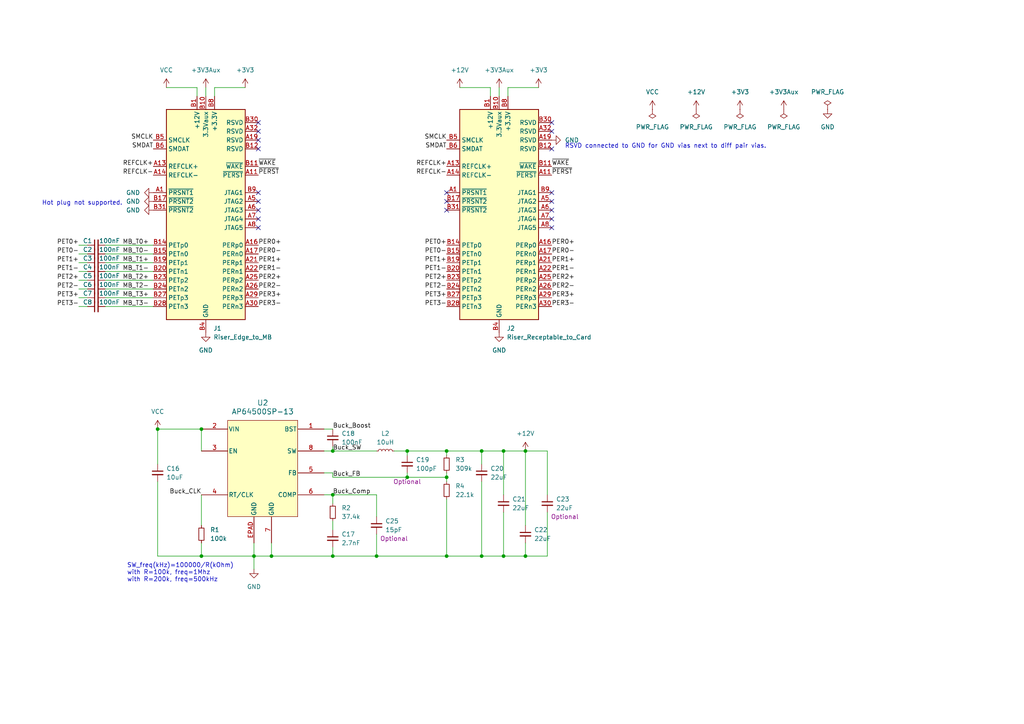
<source format=kicad_sch>
(kicad_sch (version 20230121) (generator eeschema)
  (paper "A4")
  (lib_symbols
    (symbol "+3V3_1" (power) (pin_names (offset 0))
      (property "Value" "+3V3_1" (at 0 5.08 0))
      (symbol "+3V3_1_0_1"
        (polyline (pts (xy -0.762 1.27) (xy 0 2.54)))
        (polyline (pts (xy 0 0) (xy 0 2.54)))
        (polyline (pts (xy 0 2.54) (xy 0.762 1.27)))
      )
      (symbol "+3V3_1_1_1"
        (pin power_in line (at 0 0 90) (length 0) hide (name "+3V3Aux") (number "1"))
      )
    )
    (symbol "Bus_PCI_Express_x4_1"
      (property "Reference" "J1" (at 2.1941 -31.75 0))
      (property "Value" "Riser_Edge_to_MB" (at 2.1941 -34.29 0))
      (symbol "Bus_PCI_Express_x4_1_0_1"
        (rectangle (start -11.43 31.75) (end 11.43 -29.21) (stroke (width 0.254)) (fill (type background)))
      )
      (symbol "Bus_PCI_Express_x4_1_1_1"
        (pin passive line (at -15.24 7.62 0) (length 3.81) (name "~{PRSNT1}") (number "A1"))
        (pin passive line (at 2.54 35.56 270) (length 3.81) hide (name "+3.3V") (number "A10"))
        (pin output line (at 15.24 12.7 180) (length 3.81) (name "~{PERST}") (number "A11"))
        (pin passive line (at 0 -33.02 90) (length 3.81) hide (name "GND") (number "A12"))
        (pin output line (at -15.24 15.24 0) (length 3.81) (name "REFCLK+") (number "A13"))
        (pin output line (at -15.24 12.7 0) (length 3.81) (name "REFCLK-") (number "A14"))
        (pin passive line (at 0 -33.02 90) (length 3.81) hide (name "GND") (number "A15"))
        (pin input line (at 15.24 -7.62 180) (length 3.81) (name "PERp0") (number "A16"))
        (pin input line (at 15.24 -10.16 180) (length 3.81) (name "PERn0") (number "A17"))
        (pin passive line (at 0 -33.02 90) (length 3.81) hide (name "GND") (number "A18"))
        (pin passive line (at 15.24 22.86 180) (length 3.81) (name "RSVD") (number "A19"))
        (pin passive line (at -2.54 35.56 270) (length 3.81) hide (name "+12V") (number "A2"))
        (pin passive line (at 0 -33.02 90) (length 3.81) hide (name "GND") (number "A20"))
        (pin input line (at 15.24 -12.7 180) (length 3.81) (name "PERp1") (number "A21"))
        (pin input line (at 15.24 -15.24 180) (length 3.81) (name "PERn1") (number "A22"))
        (pin passive line (at 0 -33.02 90) (length 3.81) hide (name "GND") (number "A23"))
        (pin passive line (at 0 -33.02 90) (length 3.81) hide (name "GND") (number "A24"))
        (pin input line (at 15.24 -17.78 180) (length 3.81) (name "PERp2") (number "A25"))
        (pin input line (at 15.24 -20.32 180) (length 3.81) (name "PERn2") (number "A26"))
        (pin passive line (at 0 -33.02 90) (length 3.81) hide (name "GND") (number "A27"))
        (pin passive line (at 0 -33.02 90) (length 3.81) hide (name "GND") (number "A28"))
        (pin input line (at 15.24 -22.86 180) (length 3.81) (name "PERp3") (number "A29"))
        (pin passive line (at -2.54 35.56 270) (length 3.81) hide (name "+12V") (number "A3"))
        (pin input line (at 15.24 -25.4 180) (length 3.81) (name "PERn3") (number "A30"))
        (pin passive line (at 0 -33.02 90) (length 3.81) hide (name "GND") (number "A31"))
        (pin passive line (at 15.24 25.4 180) (length 3.81) (name "RSVD") (number "A32"))
        (pin passive line (at 0 -33.02 90) (length 3.81) hide (name "GND") (number "A4"))
        (pin output line (at 15.24 5.08 180) (length 3.81) (name "JTAG2") (number "A5"))
        (pin output line (at 15.24 2.54 180) (length 3.81) (name "JTAG3") (number "A6"))
        (pin input line (at 15.24 0 180) (length 3.81) (name "JTAG4") (number "A7"))
        (pin output line (at 15.24 -2.54 180) (length 3.81) (name "JTAG5") (number "A8"))
        (pin passive line (at 2.54 35.56 270) (length 3.81) hide (name "+3.3V") (number "A9"))
        (pin power_in line (at -2.54 35.56 270) (length 3.81) (name "+12V") (number "B1"))
        (pin power_in line (at 0 35.56 270) (length 3.81) (name "3.3Vaux") (number "B10"))
        (pin open_collector line (at 15.24 15.24 180) (length 3.81) (name "~{WAKE}") (number "B11"))
        (pin passive line (at 15.24 20.32 180) (length 3.81) (name "RSVD") (number "B12"))
        (pin passive line (at 0 -33.02 90) (length 3.81) hide (name "GND") (number "B13"))
        (pin output line (at -15.24 -7.62 0) (length 3.81) (name "PETp0") (number "B14"))
        (pin output line (at -15.24 -10.16 0) (length 3.81) (name "PETn0") (number "B15"))
        (pin passive line (at 0 -33.02 90) (length 3.81) hide (name "GND") (number "B16"))
        (pin passive line (at -15.24 5.08 0) (length 3.81) (name "~{PRSNT2}") (number "B17"))
        (pin passive line (at 0 -33.02 90) (length 3.81) hide (name "GND") (number "B18"))
        (pin output line (at -15.24 -12.7 0) (length 3.81) (name "PETp1") (number "B19"))
        (pin passive line (at -2.54 35.56 270) (length 3.81) hide (name "+12V") (number "B2"))
        (pin output line (at -15.24 -15.24 0) (length 3.81) (name "PETn1") (number "B20"))
        (pin passive line (at 0 -33.02 90) (length 3.81) hide (name "GND") (number "B21"))
        (pin passive line (at 0 -33.02 90) (length 3.81) hide (name "GND") (number "B22"))
        (pin output line (at -15.24 -17.78 0) (length 3.81) (name "PETp2") (number "B23"))
        (pin output line (at -15.24 -20.32 0) (length 3.81) (name "PETn2") (number "B24"))
        (pin passive line (at 0 -33.02 90) (length 3.81) hide (name "GND") (number "B25"))
        (pin passive line (at 0 -33.02 90) (length 3.81) hide (name "GND") (number "B26"))
        (pin output line (at -15.24 -22.86 0) (length 3.81) (name "PETp3") (number "B27"))
        (pin output line (at -15.24 -25.4 0) (length 3.81) (name "PETn3") (number "B28"))
        (pin passive line (at 0 -33.02 90) (length 3.81) hide (name "GND") (number "B29"))
        (pin passive line (at -2.54 35.56 270) (length 3.81) hide (name "+12V") (number "B3"))
        (pin passive line (at 15.24 27.94 180) (length 3.81) (name "RSVD") (number "B30"))
        (pin passive line (at -15.24 2.54 0) (length 3.81) (name "~{PRSNT2}") (number "B31"))
        (pin passive line (at 0 -33.02 90) (length 3.81) hide (name "GND") (number "B32"))
        (pin power_in line (at 0 -33.02 90) (length 3.81) (name "GND") (number "B4"))
        (pin output line (at -15.24 22.86 0) (length 3.81) (name "SMCLK") (number "B5"))
        (pin bidirectional line (at -15.24 20.32 0) (length 3.81) (name "SMDAT") (number "B6"))
        (pin passive line (at 0 -33.02 90) (length 3.81) hide (name "GND") (number "B7"))
        (pin power_in line (at 2.54 35.56 270) (length 3.81) (name "+3.3V") (number "B8"))
        (pin output line (at 15.24 7.62 180) (length 3.81) (name "JTAG1") (number "B9"))
      )
    )
    (symbol "Connector:Bus_PCI_Express_x4"
      (property "Reference" "J" (at -8.89 33.02 0))
      (property "Value" "Bus_PCI_Express_x4" (at 12.7 33.02 0))
      (symbol "Bus_PCI_Express_x4_0_1"
        (rectangle (start -11.43 31.75) (end 11.43 -29.21) (stroke (width 0.254)) (fill (type background)))
      )
      (symbol "Bus_PCI_Express_x4_1_1"
        (pin passive line (at -15.24 7.62 0) (length 3.81) (name "~{PRSNT1}") (number "A1"))
        (pin passive line (at 2.54 35.56 270) (length 3.81) hide (name "+3.3V") (number "A10"))
        (pin input line (at 15.24 12.7 180) (length 3.81) (name "~{PERST}") (number "A11"))
        (pin passive line (at 0 -33.02 90) (length 3.81) hide (name "GND") (number "A12"))
        (pin input line (at -15.24 15.24 0) (length 3.81) (name "REFCLK+") (number "A13"))
        (pin input line (at -15.24 12.7 0) (length 3.81) (name "REFCLK-") (number "A14"))
        (pin passive line (at 0 -33.02 90) (length 3.81) hide (name "GND") (number "A15"))
        (pin output line (at 15.24 -7.62 180) (length 3.81) (name "PERp0") (number "A16"))
        (pin output line (at 15.24 -10.16 180) (length 3.81) (name "PERn0") (number "A17"))
        (pin passive line (at 0 -33.02 90) (length 3.81) hide (name "GND") (number "A18"))
        (pin passive line (at 15.24 22.86 180) (length 3.81) (name "RSVD") (number "A19"))
        (pin passive line (at -2.54 35.56 270) (length 3.81) hide (name "+12V") (number "A2"))
        (pin passive line (at 0 -33.02 90) (length 3.81) hide (name "GND") (number "A20"))
        (pin output line (at 15.24 -12.7 180) (length 3.81) (name "PERp1") (number "A21"))
        (pin output line (at 15.24 -15.24 180) (length 3.81) (name "PERn1") (number "A22"))
        (pin passive line (at 0 -33.02 90) (length 3.81) hide (name "GND") (number "A23"))
        (pin passive line (at 0 -33.02 90) (length 3.81) hide (name "GND") (number "A24"))
        (pin output line (at 15.24 -17.78 180) (length 3.81) (name "PERp2") (number "A25"))
        (pin output line (at 15.24 -20.32 180) (length 3.81) (name "PERn2") (number "A26"))
        (pin passive line (at 0 -33.02 90) (length 3.81) hide (name "GND") (number "A27"))
        (pin passive line (at 0 -33.02 90) (length 3.81) hide (name "GND") (number "A28"))
        (pin output line (at 15.24 -22.86 180) (length 3.81) (name "PERp3") (number "A29"))
        (pin passive line (at -2.54 35.56 270) (length 3.81) hide (name "+12V") (number "A3"))
        (pin output line (at 15.24 -25.4 180) (length 3.81) (name "PERn3") (number "A30"))
        (pin passive line (at 0 -33.02 90) (length 3.81) hide (name "GND") (number "A31"))
        (pin passive line (at 15.24 25.4 180) (length 3.81) (name "RSVD") (number "A32"))
        (pin passive line (at 0 -33.02 90) (length 3.81) hide (name "GND") (number "A4"))
        (pin input line (at 15.24 5.08 180) (length 3.81) (name "JTAG2") (number "A5"))
        (pin input line (at 15.24 2.54 180) (length 3.81) (name "JTAG3") (number "A6"))
        (pin output line (at 15.24 0 180) (length 3.81) (name "JTAG4") (number "A7"))
        (pin input line (at 15.24 -2.54 180) (length 3.81) (name "JTAG5") (number "A8"))
        (pin passive line (at 2.54 35.56 270) (length 3.81) hide (name "+3.3V") (number "A9"))
        (pin power_in line (at -2.54 35.56 270) (length 3.81) (name "+12V") (number "B1"))
        (pin power_in line (at 0 35.56 270) (length 3.81) (name "3.3Vaux") (number "B10"))
        (pin open_collector line (at 15.24 15.24 180) (length 3.81) (name "~{WAKE}") (number "B11"))
        (pin passive line (at 15.24 20.32 180) (length 3.81) (name "RSVD") (number "B12"))
        (pin passive line (at 0 -33.02 90) (length 3.81) hide (name "GND") (number "B13"))
        (pin input line (at -15.24 -7.62 0) (length 3.81) (name "PETp0") (number "B14"))
        (pin input line (at -15.24 -10.16 0) (length 3.81) (name "PETn0") (number "B15"))
        (pin passive line (at 0 -33.02 90) (length 3.81) hide (name "GND") (number "B16"))
        (pin passive line (at -15.24 5.08 0) (length 3.81) (name "~{PRSNT2}") (number "B17"))
        (pin passive line (at 0 -33.02 90) (length 3.81) hide (name "GND") (number "B18"))
        (pin input line (at -15.24 -12.7 0) (length 3.81) (name "PETp1") (number "B19"))
        (pin passive line (at -2.54 35.56 270) (length 3.81) hide (name "+12V") (number "B2"))
        (pin input line (at -15.24 -15.24 0) (length 3.81) (name "PETn1") (number "B20"))
        (pin passive line (at 0 -33.02 90) (length 3.81) hide (name "GND") (number "B21"))
        (pin passive line (at 0 -33.02 90) (length 3.81) hide (name "GND") (number "B22"))
        (pin input line (at -15.24 -17.78 0) (length 3.81) (name "PETp2") (number "B23"))
        (pin input line (at -15.24 -20.32 0) (length 3.81) (name "PETn2") (number "B24"))
        (pin passive line (at 0 -33.02 90) (length 3.81) hide (name "GND") (number "B25"))
        (pin passive line (at 0 -33.02 90) (length 3.81) hide (name "GND") (number "B26"))
        (pin input line (at -15.24 -22.86 0) (length 3.81) (name "PETp3") (number "B27"))
        (pin input line (at -15.24 -25.4 0) (length 3.81) (name "PETn3") (number "B28"))
        (pin passive line (at 0 -33.02 90) (length 3.81) hide (name "GND") (number "B29"))
        (pin passive line (at -2.54 35.56 270) (length 3.81) hide (name "+12V") (number "B3"))
        (pin passive line (at 15.24 27.94 180) (length 3.81) (name "RSVD") (number "B30"))
        (pin passive line (at -15.24 2.54 0) (length 3.81) (name "~{PRSNT2}") (number "B31"))
        (pin passive line (at 0 -33.02 90) (length 3.81) hide (name "GND") (number "B32"))
        (pin power_in line (at 0 -33.02 90) (length 3.81) (name "GND") (number "B4"))
        (pin input line (at -15.24 22.86 0) (length 3.81) (name "SMCLK") (number "B5"))
        (pin bidirectional line (at -15.24 20.32 0) (length 3.81) (name "SMDAT") (number "B6"))
        (pin passive line (at 0 -33.02 90) (length 3.81) hide (name "GND") (number "B7"))
        (pin power_in line (at 2.54 35.56 270) (length 3.81) (name "+3.3V") (number "B8"))
        (pin input line (at 15.24 7.62 180) (length 3.81) (name "JTAG1") (number "B9"))
      )
    )
    (symbol "Device:C_Small" (pin_numbers hide) (pin_names (offset 0.254) hide)
      (property "Reference" "C" (at 0.254 1.778 0))
      (property "Value" "C_Small" (at 0.254 -2.032 0))
      (symbol "C_Small_0_1"
        (polyline (pts (xy -1.524 -0.508) (xy 1.524 -0.508)) (stroke (width 0.3302)))
        (polyline (pts (xy -1.524 0.508) (xy 1.524 0.508)) (stroke (width 0.3048)))
      )
      (symbol "C_Small_1_1"
        (pin passive line (at 0 2.54 270) (length 2.032) (name "~") (number "1"))
        (pin passive line (at 0 -2.54 90) (length 2.032) (name "~") (number "2"))
      )
    )
    (symbol "Device:L_Small" (pin_numbers hide) (pin_names (offset 0.254) hide)
      (property "Reference" "L" (at 0.762 1.016 0))
      (property "Value" "L_Small" (at 0.762 -1.016 0))
      (symbol "L_Small_0_1"
        (arc (start 0 -2.032) (mid 0.5058 -1.524) (end 0 -1.016))
        (arc (start 0 -1.016) (mid 0.5058 -0.508) (end 0 0))
        (arc (start 0 0) (mid 0.5058 0.508) (end 0 1.016))
        (arc (start 0 1.016) (mid 0.5058 1.524) (end 0 2.032))
      )
      (symbol "L_Small_1_1"
        (pin passive line (at 0 2.54 270) (length 0.508) (name "~") (number "1"))
        (pin passive line (at 0 -2.54 90) (length 0.508) (name "~") (number "2"))
      )
    )
    (symbol "Device:R_Small" (pin_numbers hide) (pin_names (offset 0.254) hide)
      (property "Reference" "R" (at 0.762 0.508 0))
      (property "Value" "R_Small" (at 0.762 -1.016 0))
      (symbol "R_Small_0_1"
        (rectangle (start -0.762 1.778) (end 0.762 -1.778) (stroke (width 0.2032)))
      )
      (symbol "R_Small_1_1"
        (pin passive line (at 0 2.54 270) (length 0.762) (name "~") (number "1"))
        (pin passive line (at 0 -2.54 90) (length 0.762) (name "~") (number "2"))
      )
    )
    (symbol "WYSE_5070_Riser:AP64500SP-13_Mod" (pin_names (offset 0.254))
      (property "Reference" "U" (at 0 19.05 0))
      (property "Value" "AP64500SP-13" (at 0 16.51 0))
      (symbol "AP64500SP-13_Mod_0_1"
        (pin power_in line (at -17.78 11.43 0) (length 7.62) (name "VIN") (number "2"))
        (pin input line (at -17.78 5.08 0) (length 7.62) (name "EN") (number "3"))
        (pin output line (at 17.78 5.08 180) (length 7.62) (name "SW") (number "8"))
      )
      (symbol "AP64500SP-13_Mod_1_1"
        (rectangle (start -10.16 13.97) (end 10.16 -13.97) (fill (type background)))
        (pin passive line (at 17.78 11.43 180) (length 7.62) (name "BST") (number "1"))
        (pin input line (at -17.78 -7.62 0) (length 7.62) (name "RT/CLK") (number "4"))
        (pin input line (at 17.78 -1.27 180) (length 7.62) (name "FB") (number "5"))
        (pin passive line (at 17.78 -7.62 180) (length 7.62) (name "COMP") (number "6"))
        (pin power_in line (at 2.54 -21.59 90) (length 7.62) (name "GND") (number "7"))
        (pin power_in line (at -2.54 -21.59 90) (length 7.62) (name "GND") (number "EPAD"))
      )
    )
    (symbol "power:+12V" (power) (pin_names (offset 0))
      (property "Value" "+12V" (at 0 3.556 0))
      (symbol "+12V_0_1"
        (polyline (pts (xy -0.762 1.27) (xy 0 2.54)))
        (polyline (pts (xy 0 0) (xy 0 2.54)))
        (polyline (pts (xy 0 2.54) (xy 0.762 1.27)))
      )
      (symbol "+12V_1_1"
        (pin power_in line (at 0 0 90) (length 0) hide (name "+12V") (number "1"))
      )
    )
    (symbol "power:+3V3" (power) (pin_names (offset 0))
      (property "Value" "+3V3" (at 0 3.556 0))
      (symbol "+3V3_0_1"
        (polyline (pts (xy -0.762 1.27) (xy 0 2.54)))
        (polyline (pts (xy 0 0) (xy 0 2.54)))
        (polyline (pts (xy 0 2.54) (xy 0.762 1.27)))
      )
      (symbol "+3V3_1_1"
        (pin power_in line (at 0 0 90) (length 0) hide (name "+3V3") (number "1"))
      )
    )
    (symbol "power:GND" (power) (pin_names (offset 0))
      (property "Value" "GND" (at 0 -3.81 0))
      (symbol "GND_0_1"
        (polyline (pts (xy 0 0) (xy 0 -1.27) (xy 1.27 -1.27) (xy 0 -2.54) (xy -1.27 -1.27) (xy 0 -1.27)))
      )
      (symbol "GND_1_1"
        (pin power_in line (at 0 0 270) (length 0) hide (name "GND") (number "1"))
      )
    )
    (symbol "power:PWR_FLAG" (power) (pin_numbers hide) (pin_names (offset 0) hide)
      (property "Value" "PWR_FLAG" (at 0 3.81 0))
      (symbol "PWR_FLAG_0_0"
        (pin power_out line (at 0 0 90) (length 0) (name "pwr") (number "1"))
      )
      (symbol "PWR_FLAG_0_1"
        (polyline (pts (xy 0 0) (xy 0 1.27) (xy -1.016 1.905) (xy 0 2.54) (xy 1.016 1.905) (xy 0 1.27)))
      )
    )
    (symbol "power:VCC" (power) (pin_names (offset 0))
      (property "Value" "VCC" (at 0 3.81 0))
      (symbol "VCC_0_1"
        (polyline (pts (xy -0.762 1.27) (xy 0 2.54)))
        (polyline (pts (xy 0 0) (xy 0 2.54)))
        (polyline (pts (xy 0 2.54) (xy 0.762 1.27)))
      )
      (symbol "VCC_1_1"
        (pin power_in line (at 0 0 90) (length 0) hide (name "VCC") (number "1"))
      )
    )
  )
  (junction (at 58.42 161.29))
  (junction (at 139.7 130.81))
  (junction (at 129.54 138.43))
  (junction (at 152.4 161.29))
  (junction (at 45.72 124.46))
  (junction (at 73.66 161.29))
  (junction (at 109.22 161.29))
  (junction (at 139.7 161.29))
  (junction (at 96.52 130.81))
  (junction (at 146.05 130.81))
  (junction (at 78.74 161.29))
  (junction (at 96.52 161.29))
  (junction (at 129.54 130.81))
  (junction (at 146.05 161.29))
  (junction (at 129.54 161.29))
  (junction (at 118.11 138.43))
  (junction (at 58.42 124.46))
  (junction (at 96.52 143.51))
  (junction (at 152.4 130.81))
  (junction (at 118.11 130.81))
  (no_connect (at 74.93 35.56))
  (no_connect (at 74.93 38.1))
  (no_connect (at 160.02 63.5))
  (no_connect (at 74.93 43.18))
  (no_connect (at 160.02 58.42))
  (no_connect (at 74.93 60.96))
  (no_connect (at 129.54 55.88))
  (no_connect (at 74.93 58.42))
  (no_connect (at 74.93 63.5))
  (no_connect (at 160.02 38.1))
  (no_connect (at 129.54 60.96))
  (no_connect (at 160.02 43.18))
  (no_connect (at 160.02 55.88))
  (no_connect (at 160.02 35.56))
  (no_connect (at 129.54 58.42))
  (no_connect (at 74.93 66.04))
  (no_connect (at 160.02 60.96))
  (no_connect (at 74.93 40.64))
  (no_connect (at 160.02 66.04))
  (no_connect (at 74.93 55.88))
  (wire (pts (xy 156.21 25.4) (xy 147.32 25.4)))
  (wire (pts (xy 30.48 81.28) (xy 44.45 81.28)))
  (wire (pts (xy 139.7 161.29) (xy 129.54 161.29)))
  (wire (pts (xy 45.72 139.7) (xy 45.72 161.29)))
  (wire (pts (xy 58.42 157.48) (xy 58.42 161.29)))
  (wire (pts (xy 109.22 154.94) (xy 109.22 161.29)))
  (wire (pts (xy 129.54 144.78) (xy 129.54 161.29)))
  (wire (pts (xy 93.98 143.51) (xy 96.52 143.51)))
  (wire (pts (xy 118.11 137.16) (xy 118.11 138.43)))
  (wire (pts (xy 152.4 130.81) (xy 152.4 152.4)))
  (wire (pts (xy 30.48 71.12) (xy 44.45 71.12)))
  (wire (pts (xy 109.22 143.51) (xy 96.52 143.51)))
  (wire (pts (xy 129.54 130.81) (xy 129.54 132.08)))
  (wire (pts (xy 109.22 161.29) (xy 96.52 161.29)))
  (wire (pts (xy 58.42 124.46) (xy 58.42 130.81)))
  (wire (pts (xy 158.75 161.29) (xy 152.4 161.29)))
  (wire (pts (xy 57.15 25.4) (xy 57.15 27.94)))
  (wire (pts (xy 158.75 148.59) (xy 158.75 161.29)))
  (wire (pts (xy 30.48 83.82) (xy 44.45 83.82)))
  (wire (pts (xy 58.42 143.51) (xy 58.42 152.4)))
  (wire (pts (xy 62.23 25.4) (xy 71.12 25.4)))
  (wire (pts (xy 30.48 78.74) (xy 44.45 78.74)))
  (wire (pts (xy 30.48 73.66) (xy 44.45 73.66)))
  (wire (pts (xy 22.86 71.12) (xy 25.4 71.12)))
  (wire (pts (xy 45.72 124.46) (xy 45.72 134.62)))
  (wire (pts (xy 129.54 137.16) (xy 129.54 138.43)))
  (wire (pts (xy 22.86 83.82) (xy 25.4 83.82)))
  (wire (pts (xy 139.7 130.81) (xy 139.7 134.62)))
  (wire (pts (xy 146.05 130.81) (xy 146.05 143.51)))
  (wire (pts (xy 96.52 130.81) (xy 109.22 130.81)))
  (wire (pts (xy 142.24 25.4) (xy 142.24 27.94)))
  (wire (pts (xy 93.98 124.46) (xy 96.52 124.46)))
  (wire (pts (xy 144.78 25.4) (xy 144.78 27.94)))
  (wire (pts (xy 139.7 161.29) (xy 146.05 161.29)))
  (wire (pts (xy 22.86 73.66) (xy 25.4 73.66)))
  (wire (pts (xy 22.86 76.2) (xy 25.4 76.2)))
  (wire (pts (xy 129.54 138.43) (xy 129.54 139.7)))
  (wire (pts (xy 73.66 161.29) (xy 73.66 165.1)))
  (wire (pts (xy 78.74 161.29) (xy 73.66 161.29)))
  (wire (pts (xy 30.48 76.2) (xy 44.45 76.2)))
  (wire (pts (xy 96.52 130.81) (xy 96.52 129.54)))
  (wire (pts (xy 152.4 161.29) (xy 146.05 161.29)))
  (wire (pts (xy 22.86 88.9) (xy 25.4 88.9)))
  (wire (pts (xy 93.98 137.16) (xy 96.52 137.16)))
  (wire (pts (xy 96.52 161.29) (xy 78.74 161.29)))
  (wire (pts (xy 133.35 25.4) (xy 142.24 25.4)))
  (wire (pts (xy 96.52 143.51) (xy 96.52 146.05)))
  (wire (pts (xy 22.86 78.74) (xy 25.4 78.74)))
  (wire (pts (xy 109.22 161.29) (xy 129.54 161.29)))
  (wire (pts (xy 118.11 138.43) (xy 129.54 138.43)))
  (wire (pts (xy 139.7 139.7) (xy 139.7 161.29)))
  (wire (pts (xy 58.42 161.29) (xy 73.66 161.29)))
  (wire (pts (xy 59.69 25.4) (xy 59.69 27.94)))
  (wire (pts (xy 22.86 81.28) (xy 25.4 81.28)))
  (wire (pts (xy 22.86 86.36) (xy 25.4 86.36)))
  (wire (pts (xy 152.4 157.48) (xy 152.4 161.29)))
  (wire (pts (xy 30.48 86.36) (xy 44.45 86.36)))
  (wire (pts (xy 147.32 25.4) (xy 147.32 27.94)))
  (wire (pts (xy 139.7 130.81) (xy 146.05 130.81)))
  (wire (pts (xy 158.75 130.81) (xy 152.4 130.81)))
  (wire (pts (xy 146.05 130.81) (xy 152.4 130.81)))
  (wire (pts (xy 93.98 130.81) (xy 96.52 130.81)))
  (wire (pts (xy 62.23 27.94) (xy 62.23 25.4)))
  (wire (pts (xy 118.11 130.81) (xy 118.11 132.08)))
  (wire (pts (xy 96.52 138.43) (xy 118.11 138.43)))
  (wire (pts (xy 48.26 25.4) (xy 57.15 25.4)))
  (wire (pts (xy 45.72 161.29) (xy 58.42 161.29)))
  (wire (pts (xy 96.52 137.16) (xy 96.52 138.43)))
  (wire (pts (xy 158.75 143.51) (xy 158.75 130.81)))
  (wire (pts (xy 129.54 130.81) (xy 139.7 130.81)))
  (wire (pts (xy 96.52 158.75) (xy 96.52 161.29)))
  (wire (pts (xy 118.11 130.81) (xy 129.54 130.81)))
  (wire (pts (xy 146.05 148.59) (xy 146.05 161.29)))
  (wire (pts (xy 30.48 88.9) (xy 44.45 88.9)))
  (wire (pts (xy 96.52 151.13) (xy 96.52 153.67)))
  (wire (pts (xy 78.74 157.48) (xy 78.74 161.29)))
  (wire (pts (xy 73.66 157.48) (xy 73.66 161.29)))
  (wire (pts (xy 114.3 130.81) (xy 118.11 130.81)))
  (wire (pts (xy 109.22 149.86) (xy 109.22 143.51)))
  (wire (pts (xy 45.72 124.46) (xy 58.42 124.46)))
  (text "Hot plug not supported." (at 35.56 59.69 0) (effects (font (size 1.27 1.27)) (justify right bottom)))
  (text "SW_freq(kHz)=100000/R(kOhm)\nwith R=100k, freq=1Mhz\nwith R=200k, freq=500kHz" (at 36.83 168.91 0) (effects (font (size 1.27 1.27)) (justify left bottom)))
  (text "RSVD connected to GND for GND vias next to diff pair vias." (at 163.83 43.18 0) (effects (font (size 1.27 1.27)) (justify left bottom)))
  (label "PER2+" (at 160.02 81.28 0))
  (label "PER1+" (at 160.02 76.2 0))
  (label "PER3-" (at 74.93 88.9 0))
  (label "~{WAKE}" (at 160.02 48.26 0))
  (label "PET2+" (at 22.86 81.28 180))
  (label "MB_T2-" (at 35.56 83.82 0))
  (label "SMCLK" (at 44.45 40.64 180))
  (label "PET1-" (at 129.54 78.74 180))
  (label "Buck_CLK" (at 58.42 143.51 180))
  (label "~{PERST}" (at 74.93 50.8 0))
  (label "PER2+" (at 74.93 81.28 0))
  (label "Buck_Boost" (at 96.52 124.46 0))
  (label "PER1-" (at 74.93 78.74 0))
  (label "MB_T3+" (at 35.56 86.36 0))
  (label "PET2-" (at 22.86 83.82 180))
  (label "SMCLK" (at 129.54 40.64 180))
  (label "PER1+" (at 74.93 76.2 0))
  (label "Buck_SW" (at 96.52 130.81 0))
  (label "MB_T1-" (at 35.56 78.74 0))
  (label "PER3-" (at 160.02 88.9 0))
  (label "MB_T0-" (at 35.56 73.66 0))
  (label "PET0+" (at 129.54 71.12 180))
  (label "~{WAKE}" (at 74.93 48.26 0))
  (label "REFCLK+" (at 44.45 48.26 180))
  (label "PET0-" (at 129.54 73.66 180))
  (label "PER3+" (at 74.93 86.36 0))
  (label "PET0-" (at 22.86 73.66 180))
  (label "SMDAT" (at 129.54 43.18 180))
  (label "PER3+" (at 160.02 86.36 0))
  (label "Buck_FB" (at 96.52 138.43 0))
  (label "PET1-" (at 22.86 78.74 180))
  (label "PET1+" (at 129.54 76.2 180))
  (label "PER0+" (at 74.93 71.12 0))
  (label "~{PERST}" (at 160.02 50.8 0))
  (label "REFCLK-" (at 44.45 50.8 180))
  (label "PER2-" (at 74.93 83.82 0))
  (label "PET3+" (at 22.86 86.36 180))
  (label "REFCLK+" (at 129.54 48.26 180))
  (label "PER1-" (at 160.02 78.74 0))
  (label "PER0-" (at 160.02 73.66 0))
  (label "PER0+" (at 160.02 71.12 0))
  (label "PET3-" (at 129.54 88.9 180))
  (label "PET2+" (at 129.54 81.28 180))
  (label "PET3+" (at 129.54 86.36 180))
  (label "Buck_Comp" (at 96.52 143.51 0))
  (label "PET1+" (at 22.86 76.2 180))
  (label "MB_T2+" (at 35.56 81.28 0))
  (label "PET2-" (at 129.54 83.82 180))
  (label "PET3-" (at 22.86 88.9 180))
  (label "MB_T3-" (at 35.56 88.9 0))
  (label "PER0-" (at 74.93 73.66 0))
  (label "MB_T0+" (at 35.56 71.12 0))
  (label "SMDAT" (at 44.45 43.18 180))
  (label "REFCLK-" (at 129.54 50.8 180))
  (label "PET0+" (at 22.86 71.12 180))
  (label "MB_T1+" (at 35.56 76.2 0))
  (label "PER2-" (at 160.02 83.82 0))
  (symbol (lib_id "power:GND") (at 44.45 58.42 270) (unit 1)
    (property "Reference" "#PWR010" (effects hide))
    (property "Value" "GND" (at 40.64 58.42 90) (effects (justify right)))
  )
  (symbol (lib_id "power:+3V3") (at 71.12 25.4 0) (unit 1)
    (property "Reference" "#PWR02" (effects hide))
    (property "Value" "+3V3" (at 71.12 20.32 0))
  )
  (symbol (lib_id "power:GND") (at 59.69 96.52 0) (unit 1)
    (property "Reference" "#PWR04" (effects hide))
    (property "Value" "GND" (at 59.69 101.6 0))
  )
  (symbol (lib_id "Device:C_Small") (at 146.05 146.05 0) (unit 1)
    (property "Reference" "C21" (at 148.59 144.7863 0) (effects (justify left)))
    (property "Value" "22uF" (at 148.59 147.3263 0) (effects (justify left)))
    (property "Footprint" "Capacitor_SMD:C_0805_2012Metric" (effects hide))
  )
  (symbol (lib_id "Device:C_Small") (at 27.94 83.82 90) (unit 1)
    (property "Reference" "C6" (at 25.4 82.55 90))
    (property "Value" "100nF" (at 31.75 82.55 90))
    (property "Footprint" "Capacitor_SMD:C_0402_1005Metric" (effects hide))
  )
  (symbol (lib_id "Device:C_Small") (at 109.22 152.4 0) (unit 1)
    (property "Reference" "C25" (at 111.76 151.1363 0) (effects (justify left)))
    (property "Value" "15pF" (at 111.76 153.6763 0) (effects (justify left)))
    (property "Footprint" "Capacitor_SMD:C_0402_1005Metric" (effects hide))
    (property "Comment" "Optional" (at 114.3 156.21 0))
  )
  (symbol (lib_id "Device:C_Small") (at 118.11 134.62 0) (unit 1)
    (property "Reference" "C19" (at 120.65 133.3563 0) (effects (justify left)))
    (property "Value" "100pF" (at 120.65 135.8963 0) (effects (justify left)))
    (property "Footprint" "Capacitor_SMD:C_0402_1005Metric" (effects hide))
    (property "Comment" "Optional" (at 118.11 139.7 0))
  )
  (symbol (lib_id "power:+12V") (at 133.35 25.4 0) (unit 1)
    (property "Reference" "#PWR01" (effects hide))
    (property "Value" "+12V" (at 133.35 20.32 0))
  )
  (symbol (lib_name "+3V3_1") (lib_id "power:+3V3") (at 227.33 31.75 0) (unit 1)
    (property "Reference" "#PWR013" (effects hide))
    (property "Value" "+3V3Aux" (at 227.33 26.67 0))
  )
  (symbol (lib_id "power:PWR_FLAG") (at 227.33 31.75 180) (unit 1)
    (property "Reference" "#FLG04" (effects hide))
    (property "Value" "PWR_FLAG" (at 227.33 36.83 0))
  )
  (symbol (lib_id "Device:C_Small") (at 27.94 81.28 90) (unit 1)
    (property "Reference" "C5" (at 25.4 80.01 90))
    (property "Value" "100nF" (at 31.75 80.01 90))
    (property "Footprint" "Capacitor_SMD:C_0402_1005Metric" (effects hide))
  )
  (symbol (lib_id "Device:C_Small") (at 27.94 73.66 90) (unit 1)
    (property "Reference" "C2" (at 25.4 72.39 90))
    (property "Value" "100nF" (at 31.75 72.39 90))
    (property "Footprint" "Capacitor_SMD:C_0402_1005Metric" (effects hide))
  )
  (symbol (lib_id "power:GND") (at 160.02 40.64 90) (unit 1)
    (property "Reference" "#PWR021" (effects hide))
    (property "Value" "GND" (at 163.83 40.64 90) (effects (justify right)))
  )
  (symbol (lib_id "Device:C_Small") (at 152.4 154.94 0) (unit 1)
    (property "Reference" "C22" (at 154.94 153.6763 0) (effects (justify left)))
    (property "Value" "22uF" (at 154.94 156.2163 0) (effects (justify left)))
    (property "Footprint" "Capacitor_SMD:C_0805_2012Metric" (effects hide))
  )
  (symbol (lib_id "power:VCC") (at 189.23 31.75 0) (unit 1)
    (property "Reference" "#PWR012" (effects hide))
    (property "Value" "VCC" (at 189.23 26.67 0))
  )
  (symbol (lib_id "power:GND") (at 44.45 55.88 270) (unit 1)
    (property "Reference" "#PWR011" (effects hide))
    (property "Value" "GND" (at 40.64 55.88 90) (effects (justify right)))
  )
  (symbol (lib_id "power:VCC") (at 48.26 25.4 0) (unit 1)
    (property "Reference" "#PWR06" (effects hide))
    (property "Value" "VCC" (at 48.26 20.32 0))
  )
  (symbol (lib_id "Device:C_Small") (at 96.52 127 0) (unit 1)
    (property "Reference" "C18" (at 99.06 125.7363 0) (effects (justify left)))
    (property "Value" "100nF" (at 99.06 128.2763 0) (effects (justify left)))
    (property "Footprint" "Capacitor_SMD:C_0402_1005Metric" (effects hide))
  )
  (symbol (lib_id "Device:C_Small") (at 45.72 137.16 0) (unit 1)
    (property "Reference" "C16" (at 48.26 135.8963 0) (effects (justify left)))
    (property "Value" "10uF" (at 48.26 138.4363 0) (effects (justify left)))
    (property "Footprint" "Capacitor_SMD:C_1206_3216Metric" (effects hide))
  )
  (symbol (lib_id "power:GND") (at 144.78 96.52 0) (unit 1)
    (property "Reference" "#PWR05" (effects hide))
    (property "Value" "GND" (at 144.78 101.6 0))
  )
  (symbol (lib_id "Device:R_Small") (at 129.54 142.24 0) (unit 1)
    (property "Reference" "R4" (at 132.08 140.97 0) (effects (justify left)))
    (property "Value" "22.1k" (at 132.08 143.51 0) (effects (justify left)))
    (property "Footprint" "Resistor_SMD:R_0402_1005Metric" (effects hide))
  )
  (symbol (lib_id "power:+12V") (at 152.4 130.81 0) (unit 1)
    (property "Reference" "#PWR023" (effects hide))
    (property "Value" "+12V" (at 152.4 125.73 0))
  )
  (symbol (lib_id "Device:R_Small") (at 129.54 134.62 0) (unit 1)
    (property "Reference" "R3" (at 132.08 133.35 0) (effects (justify left)))
    (property "Value" "309k" (at 132.08 135.89 0) (effects (justify left)))
    (property "Footprint" "Resistor_SMD:R_0402_1005Metric" (effects hide))
  )
  (symbol (lib_id "Device:R_Small") (at 58.42 154.94 0) (unit 1)
    (property "Reference" "R1" (at 60.96 153.67 0) (effects (justify left)))
    (property "Value" "100k" (at 60.96 156.21 0) (effects (justify left)))
    (property "Footprint" "Resistor_SMD:R_0402_1005Metric" (effects hide))
  )
  (symbol (lib_id "power:PWR_FLAG") (at 240.03 31.75 0) (unit 1)
    (property "Reference" "#FLG05" (effects hide))
    (property "Value" "PWR_FLAG" (at 240.03 26.67 0))
  )
  (symbol (lib_name "+3V3_1") (lib_id "power:+3V3") (at 144.78 25.4 0) (unit 1)
    (property "Reference" "#PWR07" (effects hide))
    (property "Value" "+3V3Aux" (at 144.78 20.32 0))
  )
  (symbol (lib_id "power:GND") (at 73.66 165.1 0) (unit 1)
    (property "Reference" "#PWR025" (effects hide))
    (property "Value" "GND" (at 73.66 170.18 0))
  )
  (symbol (lib_id "Device:L_Small") (at 111.76 130.81 90) (unit 1)
    (property "Reference" "L2" (at 111.76 125.73 90))
    (property "Value" "10uH" (at 111.76 128.27 90))
    (property "Footprint" "Inductor_SMD:L_Bourns_SRP1038C_10.0x10.0mm" (effects hide))
  )
  (symbol (lib_id "power:GND") (at 240.03 31.75 0) (unit 1)
    (property "Reference" "#PWR014" (effects hide))
    (property "Value" "GND" (at 240.03 36.83 0))
  )
  (symbol (lib_id "Device:C_Small") (at 27.94 71.12 90) (unit 1)
    (property "Reference" "C1" (at 25.4 69.85 90))
    (property "Value" "100nF" (at 31.75 69.85 90))
    (property "Footprint" "Capacitor_SMD:C_0402_1005Metric" (effects hide))
  )
  (symbol (lib_id "power:GND") (at 44.45 60.96 270) (unit 1)
    (property "Reference" "#PWR09" (effects hide))
    (property "Value" "GND" (at 40.64 60.96 90) (effects (justify right)))
  )
  (symbol (lib_id "Device:C_Small") (at 27.94 86.36 90) (unit 1)
    (property "Reference" "C7" (at 25.4 85.09 90))
    (property "Value" "100nF" (at 31.75 85.09 90))
    (property "Footprint" "Capacitor_SMD:C_0402_1005Metric" (effects hide))
  )
  (symbol (lib_id "power:+12V") (at 201.93 31.75 0) (unit 1)
    (property "Reference" "#PWR015" (effects hide))
    (property "Value" "+12V" (at 201.93 26.67 0))
  )
  (symbol (lib_id "Connector:Bus_PCI_Express_x4") (at 144.78 63.5 0) (unit 1)
    (property "Reference" "J2" (at 146.9741 95.25 0) (effects (justify left)))
    (property "Value" "Riser_Receptable_to_Card" (at 146.9741 97.79 0) (effects (justify left)))
    (property "Footprint" "WYSE_5070_Riser:PCIEx4_SMD_Narrow" (effects hide))
    (property "Datasheet" "http://www.ritrontek.com/uploadfile/2016/1026/20161026105231124.pdf#page=63" (effects hide))
  )
  (symbol (lib_id "power:PWR_FLAG") (at 201.93 31.75 180) (unit 1)
    (property "Reference" "#FLG02" (effects hide))
    (property "Value" "PWR_FLAG" (at 201.93 36.83 0))
  )
  (symbol (lib_id "Device:C_Small") (at 27.94 76.2 90) (unit 1)
    (property "Reference" "C3" (at 25.4 74.93 90))
    (property "Value" "100nF" (at 31.75 74.93 90))
    (property "Footprint" "Capacitor_SMD:C_0402_1005Metric" (effects hide))
  )
  (symbol (lib_id "power:+3V3") (at 214.63 31.75 0) (unit 1)
    (property "Reference" "#PWR017" (effects hide))
    (property "Value" "+3V3" (at 214.63 26.67 0))
  )
  (symbol (lib_name "Bus_PCI_Express_x4_1") (lib_id "Connector:Bus_PCI_Express_x4") (at 59.69 63.5 0) (unit 1)
    (property "Reference" "J1" (at 61.8841 95.25 0) (effects (justify left)))
    (property "Value" "Riser_Edge_to_MB" (at 61.8841 97.79 0) (effects (justify left)))
    (property "Footprint" "WYSE_5070_Riser:BUS_PCIexpress_x4_Short" (effects hide))
    (property "Datasheet" "http://www.ritrontek.com/uploadfile/2016/1026/20161026105231124.pdf#page=63" (effects hide))
  )
  (symbol (lib_name "+3V3_1") (lib_id "power:+3V3") (at 59.69 25.4 0) (unit 1)
    (property "Reference" "#PWR03" (effects hide))
    (property "Value" "+3V3Aux" (at 59.69 20.32 0))
  )
  (symbol (lib_id "Device:R_Small") (at 96.52 148.59 0) (unit 1)
    (property "Reference" "R2" (at 99.06 147.32 0) (effects (justify left)))
    (property "Value" "37.4k" (at 99.06 149.86 0) (effects (justify left)))
    (property "Footprint" "Resistor_SMD:R_0402_1005Metric" (effects hide))
  )
  (symbol (lib_id "Device:C_Small") (at 27.94 88.9 90) (unit 1)
    (property "Reference" "C8" (at 25.4 87.63 90))
    (property "Value" "100nF" (at 31.75 87.63 90))
    (property "Footprint" "Capacitor_SMD:C_0402_1005Metric" (effects hide))
  )
  (symbol (lib_id "power:PWR_FLAG") (at 189.23 31.75 180) (unit 1)
    (property "Reference" "#FLG01" (effects hide))
    (property "Value" "PWR_FLAG" (at 189.23 36.83 0))
  )
  (symbol (lib_id "power:+3V3") (at 156.21 25.4 0) (unit 1)
    (property "Reference" "#PWR08" (effects hide))
    (property "Value" "+3V3" (at 156.21 20.32 0))
  )
  (symbol (lib_id "Device:C_Small") (at 158.75 146.05 0) (unit 1)
    (property "Reference" "C23" (at 161.29 144.7863 0) (effects (justify left)))
    (property "Value" "22uF" (at 161.29 147.3263 0) (effects (justify left)))
    (property "Footprint" "Capacitor_SMD:C_0805_2012Metric" (effects hide))
    (property "Comment" "Optional" (at 163.83 149.86 0))
  )
  (symbol (lib_id "WYSE_5070_Riser:AP64500SP-13_Mod") (at 76.2 135.89 0) (unit 1)
    (property "Reference" "U2" (at 76.2 116.84 0) (effects (font (size 1.524 1.524))))
    (property "Value" "AP64500SP-13" (at 76.2 119.38 0) (effects (font (size 1.524 1.524))))
    (property "Footprint" "WYSE_5070_Riser:SO-8EP_DIO" (effects hide))
    (property "Datasheet" "AP64500SP-13" (effects hide))
  )
  (symbol (lib_id "Device:C_Small") (at 139.7 137.16 0) (unit 1)
    (property "Reference" "C20" (at 142.24 135.8963 0) (effects (justify left)))
    (property "Value" "22uF" (at 142.24 138.4363 0) (effects (justify left)))
    (property "Footprint" "Capacitor_SMD:C_0805_2012Metric" (effects hide))
  )
  (symbol (lib_id "power:VCC") (at 45.72 124.46 0) (unit 1)
    (property "Reference" "#PWR022" (effects hide))
    (property "Value" "VCC" (at 45.72 119.38 0))
  )
  (symbol (lib_id "power:PWR_FLAG") (at 214.63 31.75 180) (unit 1)
    (property "Reference" "#FLG03" (effects hide))
    (property "Value" "PWR_FLAG" (at 214.63 36.83 0))
  )
  (symbol (lib_id "Device:C_Small") (at 27.94 78.74 90) (unit 1)
    (property "Reference" "C4" (at 25.4 77.47 90))
    (property "Value" "100nF" (at 31.75 77.47 90))
    (property "Footprint" "Capacitor_SMD:C_0402_1005Metric" (effects hide))
  )
  (symbol (lib_id "Device:C_Small") (at 96.52 156.21 0) (unit 1)
    (property "Reference" "C17" (at 99.06 154.9463 0) (effects (justify left)))
    (property "Value" "2.7nF" (at 99.06 157.4863 0) (effects (justify left)))
    (property "Footprint" "Capacitor_SMD:C_0402_1005Metric" (effects hide))
  )
)
</source>
